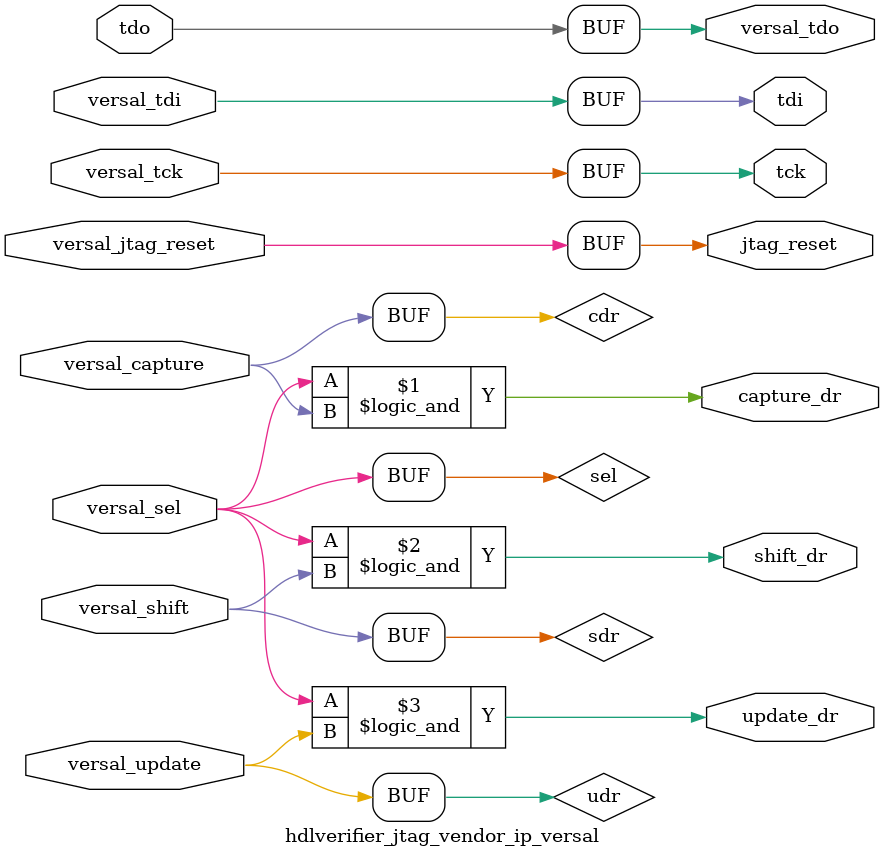
<source format=v>

/*-- ----------------------------------------------
-- File Name: hdlverifier_jtag_vendor_ip_versal.v
-- Created:   20-Apr-2024 21:16:04
-- Copyright  2024 MathWorks, Inc.
-- ----------------------------------------------*/


/*-- ----------------------------------------------
-- Copyright  2022 MathWorks, Inc.
-- ----------------------------------------------*/

module hdlverifier_jtag_vendor_ip_versal
#(parameter JTAG_ID=2)
(
	output tdi,
	input tdo,
	output tck,
	output jtag_reset,
	output capture_dr,
    output shift_dr,
    output update_dr,
// Versal Bscan signals
    input  versal_capture,
    input  versal_jtag_reset,
    input  versal_sel,
    input  versal_shift,
    input  versal_tck,
    input  versal_tdi,
    input  versal_update,
    output versal_tdo
);

wire sel;
wire cdr;
wire sdr;
wire udr;

assign capture_dr   = sel && cdr;
assign shift_dr     = sel && sdr;
assign update_dr    = sel && udr;

assign sel = versal_sel;
assign cdr = versal_capture;
assign sdr = versal_shift;
assign udr = versal_update;
assign udr = versal_update;
assign jtag_reset = versal_jtag_reset;
assign tdi = versal_tdi;
assign tck = versal_tck;
assign versal_tdo = tdo; 


//versal_cips_0 u_versal_cips (
//  .bscan_user3_usr_capture(cdr),  // output wire bscan_user3_usr_capture
//  .bscan_user3_usr_drck(),        // output wire bscan_user3_usr_drck
//  .bscan_user3_usr_reset(jtag_reset),      // output wire bscan_user3_usr_reset
//  .bscan_user3_usr_runtest(),  // output wire bscan_user3_usr_runtest
//  .bscan_user3_usr_sel(sel),          // output wire bscan_user3_usr_sel
//  .bscan_user3_usr_shift(sdr),      // output wire bscan_user3_usr_shift
//  .bscan_user3_usr_tck(tck),          // output wire bscan_user3_usr_tck
//  .bscan_user3_usr_tdi(tdi),          // output wire bscan_user3_usr_tdi
//  .bscan_user3_usr_tms(),          // output wire bscan_user3_usr_tms
//  .bscan_user3_usr_tdo(tdo),          // input wire bscan_user3_usr_tdo
//  .bscan_user3_usr_update(udr)    // output wire bscan_user3_usr_update
//);

endmodule
</source>
